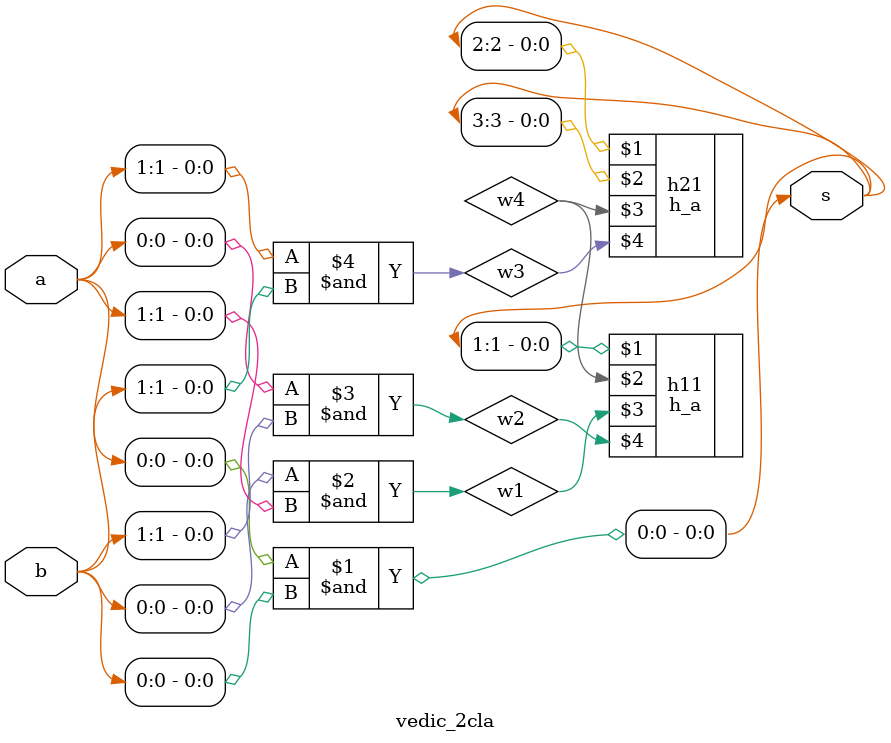
<source format=v>
`timescale 1ns / 1ps


module vedic_2cla(s, a , b);
  output [3:0]s;
  
  input [1:0]a,b;
  wire w1, w2, w3, w4;
  and (s[0],a[0], b[0]);
  and (w1, b[0], a[1]);
  and (w2, a[0], b[1]);
  h_a h11(s[1], w4, w1, w2);
  and (w3, a[1], b[1]);
  h_a h21(s[2], s[3], w4, w3);
endmodule  

</source>
